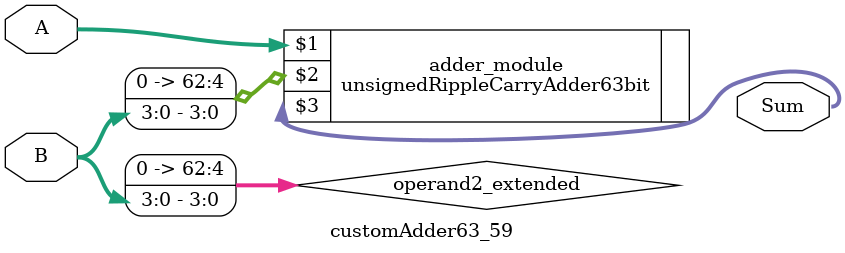
<source format=v>
module customAdder63_59(
                        input [62 : 0] A,
                        input [3 : 0] B,
                        
                        output [63 : 0] Sum
                );

        wire [62 : 0] operand2_extended;
        
        assign operand2_extended =  {59'b0, B};
        
        unsignedRippleCarryAdder63bit adder_module(
            A,
            operand2_extended,
            Sum
        );
        
        endmodule
        
</source>
